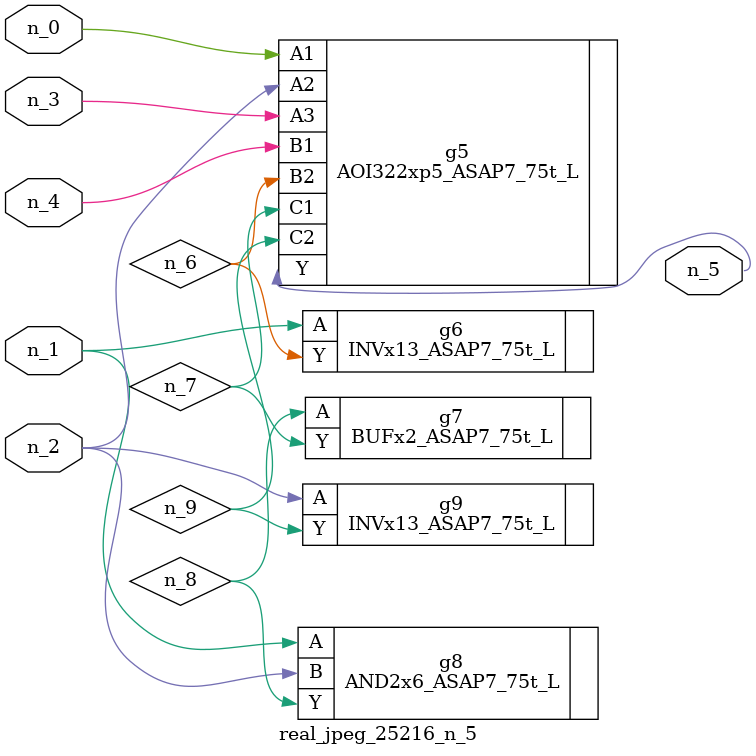
<source format=v>
module real_jpeg_25216_n_5 (n_4, n_0, n_1, n_2, n_3, n_5);

input n_4;
input n_0;
input n_1;
input n_2;
input n_3;

output n_5;

wire n_8;
wire n_6;
wire n_7;
wire n_9;

AOI322xp5_ASAP7_75t_L g5 ( 
.A1(n_0),
.A2(n_2),
.A3(n_3),
.B1(n_4),
.B2(n_6),
.C1(n_7),
.C2(n_9),
.Y(n_5)
);

INVx13_ASAP7_75t_L g6 ( 
.A(n_1),
.Y(n_6)
);

AND2x6_ASAP7_75t_L g8 ( 
.A(n_1),
.B(n_2),
.Y(n_8)
);

INVx13_ASAP7_75t_L g9 ( 
.A(n_2),
.Y(n_9)
);

BUFx2_ASAP7_75t_L g7 ( 
.A(n_8),
.Y(n_7)
);


endmodule
</source>
